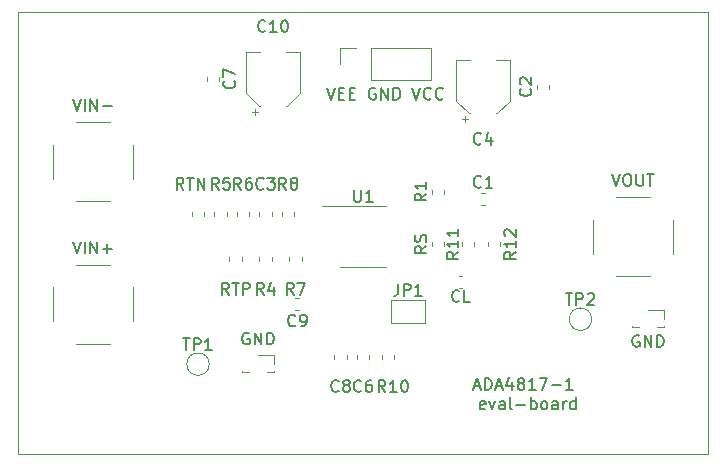
<source format=gbr>
G04 #@! TF.GenerationSoftware,KiCad,Pcbnew,(5.1.2)-2*
G04 #@! TF.CreationDate,2019-07-06T17:29:07+08:00*
G04 #@! TF.ProjectId,eval-board-ADA4817-1,6576616c-2d62-46f6-9172-642d41444134,rev?*
G04 #@! TF.SameCoordinates,Original*
G04 #@! TF.FileFunction,Legend,Top*
G04 #@! TF.FilePolarity,Positive*
%FSLAX46Y46*%
G04 Gerber Fmt 4.6, Leading zero omitted, Abs format (unit mm)*
G04 Created by KiCad (PCBNEW (5.1.2)-2) date 2019-07-06 17:29:07*
%MOMM*%
%LPD*%
G04 APERTURE LIST*
%ADD10C,0.150000*%
%ADD11C,0.120000*%
G04 APERTURE END LIST*
D10*
X141502380Y-130786666D02*
X141978571Y-130786666D01*
X141407142Y-131072380D02*
X141740476Y-130072380D01*
X142073809Y-131072380D01*
X142407142Y-131072380D02*
X142407142Y-130072380D01*
X142645238Y-130072380D01*
X142788095Y-130120000D01*
X142883333Y-130215238D01*
X142930952Y-130310476D01*
X142978571Y-130500952D01*
X142978571Y-130643809D01*
X142930952Y-130834285D01*
X142883333Y-130929523D01*
X142788095Y-131024761D01*
X142645238Y-131072380D01*
X142407142Y-131072380D01*
X143359523Y-130786666D02*
X143835714Y-130786666D01*
X143264285Y-131072380D02*
X143597619Y-130072380D01*
X143930952Y-131072380D01*
X144692857Y-130405714D02*
X144692857Y-131072380D01*
X144454761Y-130024761D02*
X144216666Y-130739047D01*
X144835714Y-130739047D01*
X145359523Y-130500952D02*
X145264285Y-130453333D01*
X145216666Y-130405714D01*
X145169047Y-130310476D01*
X145169047Y-130262857D01*
X145216666Y-130167619D01*
X145264285Y-130120000D01*
X145359523Y-130072380D01*
X145550000Y-130072380D01*
X145645238Y-130120000D01*
X145692857Y-130167619D01*
X145740476Y-130262857D01*
X145740476Y-130310476D01*
X145692857Y-130405714D01*
X145645238Y-130453333D01*
X145550000Y-130500952D01*
X145359523Y-130500952D01*
X145264285Y-130548571D01*
X145216666Y-130596190D01*
X145169047Y-130691428D01*
X145169047Y-130881904D01*
X145216666Y-130977142D01*
X145264285Y-131024761D01*
X145359523Y-131072380D01*
X145550000Y-131072380D01*
X145645238Y-131024761D01*
X145692857Y-130977142D01*
X145740476Y-130881904D01*
X145740476Y-130691428D01*
X145692857Y-130596190D01*
X145645238Y-130548571D01*
X145550000Y-130500952D01*
X146692857Y-131072380D02*
X146121428Y-131072380D01*
X146407142Y-131072380D02*
X146407142Y-130072380D01*
X146311904Y-130215238D01*
X146216666Y-130310476D01*
X146121428Y-130358095D01*
X147026190Y-130072380D02*
X147692857Y-130072380D01*
X147264285Y-131072380D01*
X148073809Y-130691428D02*
X148835714Y-130691428D01*
X149835714Y-131072380D02*
X149264285Y-131072380D01*
X149550000Y-131072380D02*
X149550000Y-130072380D01*
X149454761Y-130215238D01*
X149359523Y-130310476D01*
X149264285Y-130358095D01*
X142407142Y-132674761D02*
X142311904Y-132722380D01*
X142121428Y-132722380D01*
X142026190Y-132674761D01*
X141978571Y-132579523D01*
X141978571Y-132198571D01*
X142026190Y-132103333D01*
X142121428Y-132055714D01*
X142311904Y-132055714D01*
X142407142Y-132103333D01*
X142454761Y-132198571D01*
X142454761Y-132293809D01*
X141978571Y-132389047D01*
X142788095Y-132055714D02*
X143026190Y-132722380D01*
X143264285Y-132055714D01*
X144073809Y-132722380D02*
X144073809Y-132198571D01*
X144026190Y-132103333D01*
X143930952Y-132055714D01*
X143740476Y-132055714D01*
X143645238Y-132103333D01*
X144073809Y-132674761D02*
X143978571Y-132722380D01*
X143740476Y-132722380D01*
X143645238Y-132674761D01*
X143597619Y-132579523D01*
X143597619Y-132484285D01*
X143645238Y-132389047D01*
X143740476Y-132341428D01*
X143978571Y-132341428D01*
X144073809Y-132293809D01*
X144692857Y-132722380D02*
X144597619Y-132674761D01*
X144550000Y-132579523D01*
X144550000Y-131722380D01*
X145073809Y-132341428D02*
X145835714Y-132341428D01*
X146311904Y-132722380D02*
X146311904Y-131722380D01*
X146311904Y-132103333D02*
X146407142Y-132055714D01*
X146597619Y-132055714D01*
X146692857Y-132103333D01*
X146740476Y-132150952D01*
X146788095Y-132246190D01*
X146788095Y-132531904D01*
X146740476Y-132627142D01*
X146692857Y-132674761D01*
X146597619Y-132722380D01*
X146407142Y-132722380D01*
X146311904Y-132674761D01*
X147359523Y-132722380D02*
X147264285Y-132674761D01*
X147216666Y-132627142D01*
X147169047Y-132531904D01*
X147169047Y-132246190D01*
X147216666Y-132150952D01*
X147264285Y-132103333D01*
X147359523Y-132055714D01*
X147502380Y-132055714D01*
X147597619Y-132103333D01*
X147645238Y-132150952D01*
X147692857Y-132246190D01*
X147692857Y-132531904D01*
X147645238Y-132627142D01*
X147597619Y-132674761D01*
X147502380Y-132722380D01*
X147359523Y-132722380D01*
X148550000Y-132722380D02*
X148550000Y-132198571D01*
X148502380Y-132103333D01*
X148407142Y-132055714D01*
X148216666Y-132055714D01*
X148121428Y-132103333D01*
X148550000Y-132674761D02*
X148454761Y-132722380D01*
X148216666Y-132722380D01*
X148121428Y-132674761D01*
X148073809Y-132579523D01*
X148073809Y-132484285D01*
X148121428Y-132389047D01*
X148216666Y-132341428D01*
X148454761Y-132341428D01*
X148550000Y-132293809D01*
X149026190Y-132722380D02*
X149026190Y-132055714D01*
X149026190Y-132246190D02*
X149073809Y-132150952D01*
X149121428Y-132103333D01*
X149216666Y-132055714D01*
X149311904Y-132055714D01*
X150073809Y-132722380D02*
X150073809Y-131722380D01*
X150073809Y-132674761D02*
X149978571Y-132722380D01*
X149788095Y-132722380D01*
X149692857Y-132674761D01*
X149645238Y-132627142D01*
X149597619Y-132531904D01*
X149597619Y-132246190D01*
X149645238Y-132150952D01*
X149692857Y-132103333D01*
X149788095Y-132055714D01*
X149978571Y-132055714D01*
X150073809Y-132103333D01*
D11*
X102870000Y-135255000D02*
X102870000Y-136525000D01*
X102870000Y-99060000D02*
X102870000Y-99695000D01*
X102870000Y-99695000D02*
X102870000Y-135255000D01*
X161290000Y-136525000D02*
X102870000Y-136525000D01*
X161290000Y-99060000D02*
X161290000Y-136525000D01*
X161290000Y-99060000D02*
X102870000Y-99060000D01*
X156210000Y-124335000D02*
X157540000Y-124335000D01*
X157540000Y-124335000D02*
X157540000Y-125095000D01*
X157540000Y-125670000D02*
X157540000Y-125790000D01*
X154880000Y-125670000D02*
X154880000Y-125790000D01*
X156970000Y-125790000D02*
X157540000Y-125790000D01*
X154880000Y-125790000D02*
X155450000Y-125790000D01*
X123190000Y-128145000D02*
X124520000Y-128145000D01*
X124520000Y-128145000D02*
X124520000Y-128905000D01*
X124520000Y-129480000D02*
X124520000Y-129600000D01*
X121860000Y-129480000D02*
X121860000Y-129600000D01*
X123950000Y-129600000D02*
X124520000Y-129600000D01*
X121860000Y-129600000D02*
X122430000Y-129600000D01*
X151445000Y-125095000D02*
G75*
G03X151445000Y-125095000I-950000J0D01*
G01*
X119060000Y-128905000D02*
G75*
G03X119060000Y-128905000I-950000J0D01*
G01*
X134490000Y-123460000D02*
X137290000Y-123460000D01*
X137290000Y-123460000D02*
X137290000Y-125460000D01*
X137290000Y-125460000D02*
X134490000Y-125460000D01*
X134490000Y-125460000D02*
X134490000Y-123460000D01*
X142077221Y-114425000D02*
X142402779Y-114425000D01*
X142077221Y-115445000D02*
X142402779Y-115445000D01*
X147830000Y-105572779D02*
X147830000Y-105247221D01*
X146810000Y-105572779D02*
X146810000Y-105247221D01*
X123315000Y-116042221D02*
X123315000Y-116367779D01*
X124335000Y-116042221D02*
X124335000Y-116367779D01*
X140430000Y-108160000D02*
X140930000Y-108160000D01*
X140680000Y-108410000D02*
X140680000Y-107910000D01*
X143435563Y-107670000D02*
X144500000Y-106605563D01*
X141044437Y-107670000D02*
X139980000Y-106605563D01*
X141044437Y-107670000D02*
X141180000Y-107670000D01*
X143435563Y-107670000D02*
X143300000Y-107670000D01*
X144500000Y-106605563D02*
X144500000Y-103150000D01*
X139980000Y-106605563D02*
X139980000Y-103150000D01*
X139980000Y-103150000D02*
X141180000Y-103150000D01*
X144500000Y-103150000D02*
X143300000Y-103150000D01*
X140172221Y-121410000D02*
X140497779Y-121410000D01*
X140172221Y-122430000D02*
X140497779Y-122430000D01*
X133725001Y-128432779D02*
X133725001Y-128107221D01*
X134745001Y-128432779D02*
X134745001Y-128107221D01*
X119890000Y-104612221D02*
X119890000Y-104937779D01*
X118870000Y-104612221D02*
X118870000Y-104937779D01*
X129665000Y-128107221D02*
X129665000Y-128432779D01*
X130685000Y-128107221D02*
X130685000Y-128432779D01*
X126680279Y-123315000D02*
X126354721Y-123315000D01*
X126680279Y-124335000D02*
X126354721Y-124335000D01*
X126720000Y-102515000D02*
X125520000Y-102515000D01*
X122200000Y-102515000D02*
X123400000Y-102515000D01*
X122200000Y-105970563D02*
X122200000Y-102515000D01*
X126720000Y-105970563D02*
X126720000Y-102515000D01*
X125655563Y-107035000D02*
X125520000Y-107035000D01*
X123264437Y-107035000D02*
X123400000Y-107035000D01*
X123264437Y-107035000D02*
X122200000Y-105970563D01*
X125655563Y-107035000D02*
X126720000Y-105970563D01*
X122900000Y-107775000D02*
X122900000Y-107275000D01*
X122650000Y-107525000D02*
X123150000Y-107525000D01*
X105865000Y-110310000D02*
X105865000Y-113210000D01*
X112575000Y-110310000D02*
X112575000Y-113210000D01*
X107770000Y-115115000D02*
X110670000Y-115115000D01*
X107770000Y-108405000D02*
X110670000Y-108405000D01*
X105865000Y-122375000D02*
X105865000Y-125275000D01*
X112575000Y-122375000D02*
X112575000Y-125275000D01*
X107770000Y-127180000D02*
X110670000Y-127180000D01*
X107770000Y-120470000D02*
X110670000Y-120470000D01*
X132715000Y-104835000D02*
X132715000Y-102175000D01*
X132715000Y-104835000D02*
X137855000Y-104835000D01*
X137855000Y-104835000D02*
X137855000Y-102175000D01*
X132715000Y-102175000D02*
X137855000Y-102175000D01*
X130115000Y-102175000D02*
X131445000Y-102175000D01*
X130115000Y-103505000D02*
X130115000Y-102175000D01*
X153490000Y-114755000D02*
X156390000Y-114755000D01*
X153490000Y-121465000D02*
X156390000Y-121465000D01*
X158295000Y-116660000D02*
X158295000Y-119560000D01*
X151585000Y-116660000D02*
X151585000Y-119560000D01*
X137920000Y-114462779D02*
X137920000Y-114137221D01*
X138940000Y-114462779D02*
X138940000Y-114137221D01*
X117600000Y-116367779D02*
X117600000Y-116042221D01*
X118620000Y-116367779D02*
X118620000Y-116042221D01*
X120775000Y-120177779D02*
X120775000Y-119852221D01*
X121795000Y-120177779D02*
X121795000Y-119852221D01*
X123315000Y-119852221D02*
X123315000Y-120177779D01*
X124335000Y-119852221D02*
X124335000Y-120177779D01*
X120525000Y-116042221D02*
X120525000Y-116367779D01*
X119505000Y-116042221D02*
X119505000Y-116367779D01*
X122430000Y-116367779D02*
X122430000Y-116042221D01*
X121410000Y-116367779D02*
X121410000Y-116042221D01*
X125855000Y-119852221D02*
X125855000Y-120177779D01*
X126875000Y-119852221D02*
X126875000Y-120177779D01*
X125220000Y-116042221D02*
X125220000Y-116367779D01*
X126240000Y-116042221D02*
X126240000Y-116367779D01*
X137920000Y-118907779D02*
X137920000Y-118582221D01*
X138940000Y-118907779D02*
X138940000Y-118582221D01*
X131570000Y-128107221D02*
X131570000Y-128432779D01*
X132590000Y-128107221D02*
X132590000Y-128432779D01*
X140460000Y-118582221D02*
X140460000Y-118907779D01*
X141480000Y-118582221D02*
X141480000Y-118907779D01*
X143645001Y-118582221D02*
X143645001Y-118907779D01*
X142625001Y-118582221D02*
X142625001Y-118907779D01*
X132080000Y-120670000D02*
X134030000Y-120670000D01*
X132080000Y-120670000D02*
X130130000Y-120670000D01*
X132080000Y-115550000D02*
X134030000Y-115550000D01*
X132080000Y-115550000D02*
X128630000Y-115550000D01*
D10*
X155448095Y-126500000D02*
X155352857Y-126452380D01*
X155210000Y-126452380D01*
X155067142Y-126500000D01*
X154971904Y-126595238D01*
X154924285Y-126690476D01*
X154876666Y-126880952D01*
X154876666Y-127023809D01*
X154924285Y-127214285D01*
X154971904Y-127309523D01*
X155067142Y-127404761D01*
X155210000Y-127452380D01*
X155305238Y-127452380D01*
X155448095Y-127404761D01*
X155495714Y-127357142D01*
X155495714Y-127023809D01*
X155305238Y-127023809D01*
X155924285Y-127452380D02*
X155924285Y-126452380D01*
X156495714Y-127452380D01*
X156495714Y-126452380D01*
X156971904Y-127452380D02*
X156971904Y-126452380D01*
X157210000Y-126452380D01*
X157352857Y-126500000D01*
X157448095Y-126595238D01*
X157495714Y-126690476D01*
X157543333Y-126880952D01*
X157543333Y-127023809D01*
X157495714Y-127214285D01*
X157448095Y-127309523D01*
X157352857Y-127404761D01*
X157210000Y-127452380D01*
X156971904Y-127452380D01*
X122428095Y-126270000D02*
X122332857Y-126222380D01*
X122190000Y-126222380D01*
X122047142Y-126270000D01*
X121951904Y-126365238D01*
X121904285Y-126460476D01*
X121856666Y-126650952D01*
X121856666Y-126793809D01*
X121904285Y-126984285D01*
X121951904Y-127079523D01*
X122047142Y-127174761D01*
X122190000Y-127222380D01*
X122285238Y-127222380D01*
X122428095Y-127174761D01*
X122475714Y-127127142D01*
X122475714Y-126793809D01*
X122285238Y-126793809D01*
X122904285Y-127222380D02*
X122904285Y-126222380D01*
X123475714Y-127222380D01*
X123475714Y-126222380D01*
X123951904Y-127222380D02*
X123951904Y-126222380D01*
X124190000Y-126222380D01*
X124332857Y-126270000D01*
X124428095Y-126365238D01*
X124475714Y-126460476D01*
X124523333Y-126650952D01*
X124523333Y-126793809D01*
X124475714Y-126984285D01*
X124428095Y-127079523D01*
X124332857Y-127174761D01*
X124190000Y-127222380D01*
X123951904Y-127222380D01*
X149233095Y-122899380D02*
X149804523Y-122899380D01*
X149518809Y-123899380D02*
X149518809Y-122899380D01*
X150137857Y-123899380D02*
X150137857Y-122899380D01*
X150518809Y-122899380D01*
X150614047Y-122947000D01*
X150661666Y-122994619D01*
X150709285Y-123089857D01*
X150709285Y-123232714D01*
X150661666Y-123327952D01*
X150614047Y-123375571D01*
X150518809Y-123423190D01*
X150137857Y-123423190D01*
X151090238Y-122994619D02*
X151137857Y-122947000D01*
X151233095Y-122899380D01*
X151471190Y-122899380D01*
X151566428Y-122947000D01*
X151614047Y-122994619D01*
X151661666Y-123089857D01*
X151661666Y-123185095D01*
X151614047Y-123327952D01*
X151042619Y-123899380D01*
X151661666Y-123899380D01*
X116848095Y-126709380D02*
X117419523Y-126709380D01*
X117133809Y-127709380D02*
X117133809Y-126709380D01*
X117752857Y-127709380D02*
X117752857Y-126709380D01*
X118133809Y-126709380D01*
X118229047Y-126757000D01*
X118276666Y-126804619D01*
X118324285Y-126899857D01*
X118324285Y-127042714D01*
X118276666Y-127137952D01*
X118229047Y-127185571D01*
X118133809Y-127233190D01*
X117752857Y-127233190D01*
X119276666Y-127709380D02*
X118705238Y-127709380D01*
X118990952Y-127709380D02*
X118990952Y-126709380D01*
X118895714Y-126852238D01*
X118800476Y-126947476D01*
X118705238Y-126995095D01*
X135056666Y-122112380D02*
X135056666Y-122826666D01*
X135009047Y-122969523D01*
X134913809Y-123064761D01*
X134770952Y-123112380D01*
X134675714Y-123112380D01*
X135532857Y-123112380D02*
X135532857Y-122112380D01*
X135913809Y-122112380D01*
X136009047Y-122160000D01*
X136056666Y-122207619D01*
X136104285Y-122302857D01*
X136104285Y-122445714D01*
X136056666Y-122540952D01*
X136009047Y-122588571D01*
X135913809Y-122636190D01*
X135532857Y-122636190D01*
X137056666Y-123112380D02*
X136485238Y-123112380D01*
X136770952Y-123112380D02*
X136770952Y-122112380D01*
X136675714Y-122255238D01*
X136580476Y-122350476D01*
X136485238Y-122398095D01*
X142073333Y-113862142D02*
X142025714Y-113909761D01*
X141882857Y-113957380D01*
X141787619Y-113957380D01*
X141644761Y-113909761D01*
X141549523Y-113814523D01*
X141501904Y-113719285D01*
X141454285Y-113528809D01*
X141454285Y-113385952D01*
X141501904Y-113195476D01*
X141549523Y-113100238D01*
X141644761Y-113005000D01*
X141787619Y-112957380D01*
X141882857Y-112957380D01*
X142025714Y-113005000D01*
X142073333Y-113052619D01*
X143025714Y-113957380D02*
X142454285Y-113957380D01*
X142740000Y-113957380D02*
X142740000Y-112957380D01*
X142644761Y-113100238D01*
X142549523Y-113195476D01*
X142454285Y-113243095D01*
X146247142Y-105576666D02*
X146294761Y-105624285D01*
X146342380Y-105767142D01*
X146342380Y-105862380D01*
X146294761Y-106005238D01*
X146199523Y-106100476D01*
X146104285Y-106148095D01*
X145913809Y-106195714D01*
X145770952Y-106195714D01*
X145580476Y-106148095D01*
X145485238Y-106100476D01*
X145390000Y-106005238D01*
X145342380Y-105862380D01*
X145342380Y-105767142D01*
X145390000Y-105624285D01*
X145437619Y-105576666D01*
X145437619Y-105195714D02*
X145390000Y-105148095D01*
X145342380Y-105052857D01*
X145342380Y-104814761D01*
X145390000Y-104719523D01*
X145437619Y-104671904D01*
X145532857Y-104624285D01*
X145628095Y-104624285D01*
X145770952Y-104671904D01*
X146342380Y-105243333D01*
X146342380Y-104624285D01*
X123658333Y-114022142D02*
X123610714Y-114069761D01*
X123467857Y-114117380D01*
X123372619Y-114117380D01*
X123229761Y-114069761D01*
X123134523Y-113974523D01*
X123086904Y-113879285D01*
X123039285Y-113688809D01*
X123039285Y-113545952D01*
X123086904Y-113355476D01*
X123134523Y-113260238D01*
X123229761Y-113165000D01*
X123372619Y-113117380D01*
X123467857Y-113117380D01*
X123610714Y-113165000D01*
X123658333Y-113212619D01*
X123991666Y-113117380D02*
X124610714Y-113117380D01*
X124277380Y-113498333D01*
X124420238Y-113498333D01*
X124515476Y-113545952D01*
X124563095Y-113593571D01*
X124610714Y-113688809D01*
X124610714Y-113926904D01*
X124563095Y-114022142D01*
X124515476Y-114069761D01*
X124420238Y-114117380D01*
X124134523Y-114117380D01*
X124039285Y-114069761D01*
X123991666Y-114022142D01*
X142073333Y-110212142D02*
X142025714Y-110259761D01*
X141882857Y-110307380D01*
X141787619Y-110307380D01*
X141644761Y-110259761D01*
X141549523Y-110164523D01*
X141501904Y-110069285D01*
X141454285Y-109878809D01*
X141454285Y-109735952D01*
X141501904Y-109545476D01*
X141549523Y-109450238D01*
X141644761Y-109355000D01*
X141787619Y-109307380D01*
X141882857Y-109307380D01*
X142025714Y-109355000D01*
X142073333Y-109402619D01*
X142930476Y-109640714D02*
X142930476Y-110307380D01*
X142692380Y-109259761D02*
X142454285Y-109974047D01*
X143073333Y-109974047D01*
X140239761Y-123547142D02*
X140192142Y-123594761D01*
X140049285Y-123642380D01*
X139954047Y-123642380D01*
X139811190Y-123594761D01*
X139715952Y-123499523D01*
X139668333Y-123404285D01*
X139620714Y-123213809D01*
X139620714Y-123070952D01*
X139668333Y-122880476D01*
X139715952Y-122785238D01*
X139811190Y-122690000D01*
X139954047Y-122642380D01*
X140049285Y-122642380D01*
X140192142Y-122690000D01*
X140239761Y-122737619D01*
X141144523Y-123642380D02*
X140668333Y-123642380D01*
X140668333Y-122642380D01*
X131913333Y-131167142D02*
X131865714Y-131214761D01*
X131722857Y-131262380D01*
X131627619Y-131262380D01*
X131484761Y-131214761D01*
X131389523Y-131119523D01*
X131341904Y-131024285D01*
X131294285Y-130833809D01*
X131294285Y-130690952D01*
X131341904Y-130500476D01*
X131389523Y-130405238D01*
X131484761Y-130310000D01*
X131627619Y-130262380D01*
X131722857Y-130262380D01*
X131865714Y-130310000D01*
X131913333Y-130357619D01*
X132770476Y-130262380D02*
X132580000Y-130262380D01*
X132484761Y-130310000D01*
X132437142Y-130357619D01*
X132341904Y-130500476D01*
X132294285Y-130690952D01*
X132294285Y-131071904D01*
X132341904Y-131167142D01*
X132389523Y-131214761D01*
X132484761Y-131262380D01*
X132675238Y-131262380D01*
X132770476Y-131214761D01*
X132818095Y-131167142D01*
X132865714Y-131071904D01*
X132865714Y-130833809D01*
X132818095Y-130738571D01*
X132770476Y-130690952D01*
X132675238Y-130643333D01*
X132484761Y-130643333D01*
X132389523Y-130690952D01*
X132341904Y-130738571D01*
X132294285Y-130833809D01*
X121167142Y-104941666D02*
X121214761Y-104989285D01*
X121262380Y-105132142D01*
X121262380Y-105227380D01*
X121214761Y-105370238D01*
X121119523Y-105465476D01*
X121024285Y-105513095D01*
X120833809Y-105560714D01*
X120690952Y-105560714D01*
X120500476Y-105513095D01*
X120405238Y-105465476D01*
X120310000Y-105370238D01*
X120262380Y-105227380D01*
X120262380Y-105132142D01*
X120310000Y-104989285D01*
X120357619Y-104941666D01*
X120262380Y-104608333D02*
X120262380Y-103941666D01*
X121262380Y-104370238D01*
X130008333Y-131167142D02*
X129960714Y-131214761D01*
X129817857Y-131262380D01*
X129722619Y-131262380D01*
X129579761Y-131214761D01*
X129484523Y-131119523D01*
X129436904Y-131024285D01*
X129389285Y-130833809D01*
X129389285Y-130690952D01*
X129436904Y-130500476D01*
X129484523Y-130405238D01*
X129579761Y-130310000D01*
X129722619Y-130262380D01*
X129817857Y-130262380D01*
X129960714Y-130310000D01*
X130008333Y-130357619D01*
X130579761Y-130690952D02*
X130484523Y-130643333D01*
X130436904Y-130595714D01*
X130389285Y-130500476D01*
X130389285Y-130452857D01*
X130436904Y-130357619D01*
X130484523Y-130310000D01*
X130579761Y-130262380D01*
X130770238Y-130262380D01*
X130865476Y-130310000D01*
X130913095Y-130357619D01*
X130960714Y-130452857D01*
X130960714Y-130500476D01*
X130913095Y-130595714D01*
X130865476Y-130643333D01*
X130770238Y-130690952D01*
X130579761Y-130690952D01*
X130484523Y-130738571D01*
X130436904Y-130786190D01*
X130389285Y-130881428D01*
X130389285Y-131071904D01*
X130436904Y-131167142D01*
X130484523Y-131214761D01*
X130579761Y-131262380D01*
X130770238Y-131262380D01*
X130865476Y-131214761D01*
X130913095Y-131167142D01*
X130960714Y-131071904D01*
X130960714Y-130881428D01*
X130913095Y-130786190D01*
X130865476Y-130738571D01*
X130770238Y-130690952D01*
X126350833Y-125612142D02*
X126303214Y-125659761D01*
X126160357Y-125707380D01*
X126065119Y-125707380D01*
X125922261Y-125659761D01*
X125827023Y-125564523D01*
X125779404Y-125469285D01*
X125731785Y-125278809D01*
X125731785Y-125135952D01*
X125779404Y-124945476D01*
X125827023Y-124850238D01*
X125922261Y-124755000D01*
X126065119Y-124707380D01*
X126160357Y-124707380D01*
X126303214Y-124755000D01*
X126350833Y-124802619D01*
X126827023Y-125707380D02*
X127017500Y-125707380D01*
X127112738Y-125659761D01*
X127160357Y-125612142D01*
X127255595Y-125469285D01*
X127303214Y-125278809D01*
X127303214Y-124897857D01*
X127255595Y-124802619D01*
X127207976Y-124755000D01*
X127112738Y-124707380D01*
X126922261Y-124707380D01*
X126827023Y-124755000D01*
X126779404Y-124802619D01*
X126731785Y-124897857D01*
X126731785Y-125135952D01*
X126779404Y-125231190D01*
X126827023Y-125278809D01*
X126922261Y-125326428D01*
X127112738Y-125326428D01*
X127207976Y-125278809D01*
X127255595Y-125231190D01*
X127303214Y-125135952D01*
X123817142Y-100687142D02*
X123769523Y-100734761D01*
X123626666Y-100782380D01*
X123531428Y-100782380D01*
X123388571Y-100734761D01*
X123293333Y-100639523D01*
X123245714Y-100544285D01*
X123198095Y-100353809D01*
X123198095Y-100210952D01*
X123245714Y-100020476D01*
X123293333Y-99925238D01*
X123388571Y-99830000D01*
X123531428Y-99782380D01*
X123626666Y-99782380D01*
X123769523Y-99830000D01*
X123817142Y-99877619D01*
X124769523Y-100782380D02*
X124198095Y-100782380D01*
X124483809Y-100782380D02*
X124483809Y-99782380D01*
X124388571Y-99925238D01*
X124293333Y-100020476D01*
X124198095Y-100068095D01*
X125388571Y-99782380D02*
X125483809Y-99782380D01*
X125579047Y-99830000D01*
X125626666Y-99877619D01*
X125674285Y-99972857D01*
X125721904Y-100163333D01*
X125721904Y-100401428D01*
X125674285Y-100591904D01*
X125626666Y-100687142D01*
X125579047Y-100734761D01*
X125483809Y-100782380D01*
X125388571Y-100782380D01*
X125293333Y-100734761D01*
X125245714Y-100687142D01*
X125198095Y-100591904D01*
X125150476Y-100401428D01*
X125150476Y-100163333D01*
X125198095Y-99972857D01*
X125245714Y-99877619D01*
X125293333Y-99830000D01*
X125388571Y-99782380D01*
X107505714Y-106462380D02*
X107839047Y-107462380D01*
X108172380Y-106462380D01*
X108505714Y-107462380D02*
X108505714Y-106462380D01*
X108981904Y-107462380D02*
X108981904Y-106462380D01*
X109553333Y-107462380D01*
X109553333Y-106462380D01*
X110029523Y-107081428D02*
X110791428Y-107081428D01*
X107505714Y-118527380D02*
X107839047Y-119527380D01*
X108172380Y-118527380D01*
X108505714Y-119527380D02*
X108505714Y-118527380D01*
X108981904Y-119527380D02*
X108981904Y-118527380D01*
X109553333Y-119527380D01*
X109553333Y-118527380D01*
X110029523Y-119146428D02*
X110791428Y-119146428D01*
X110410476Y-119527380D02*
X110410476Y-118765476D01*
X129032619Y-105497380D02*
X129365952Y-106497380D01*
X129699285Y-105497380D01*
X130032619Y-105973571D02*
X130365952Y-105973571D01*
X130508809Y-106497380D02*
X130032619Y-106497380D01*
X130032619Y-105497380D01*
X130508809Y-105497380D01*
X130937380Y-105973571D02*
X131270714Y-105973571D01*
X131413571Y-106497380D02*
X130937380Y-106497380D01*
X130937380Y-105497380D01*
X131413571Y-105497380D01*
X133127857Y-105545000D02*
X133032619Y-105497380D01*
X132889761Y-105497380D01*
X132746904Y-105545000D01*
X132651666Y-105640238D01*
X132604047Y-105735476D01*
X132556428Y-105925952D01*
X132556428Y-106068809D01*
X132604047Y-106259285D01*
X132651666Y-106354523D01*
X132746904Y-106449761D01*
X132889761Y-106497380D01*
X132985000Y-106497380D01*
X133127857Y-106449761D01*
X133175476Y-106402142D01*
X133175476Y-106068809D01*
X132985000Y-106068809D01*
X133604047Y-106497380D02*
X133604047Y-105497380D01*
X134175476Y-106497380D01*
X134175476Y-105497380D01*
X134651666Y-106497380D02*
X134651666Y-105497380D01*
X134889761Y-105497380D01*
X135032619Y-105545000D01*
X135127857Y-105640238D01*
X135175476Y-105735476D01*
X135223095Y-105925952D01*
X135223095Y-106068809D01*
X135175476Y-106259285D01*
X135127857Y-106354523D01*
X135032619Y-106449761D01*
X134889761Y-106497380D01*
X134651666Y-106497380D01*
X136270714Y-105497380D02*
X136604047Y-106497380D01*
X136937380Y-105497380D01*
X137842142Y-106402142D02*
X137794523Y-106449761D01*
X137651666Y-106497380D01*
X137556428Y-106497380D01*
X137413571Y-106449761D01*
X137318333Y-106354523D01*
X137270714Y-106259285D01*
X137223095Y-106068809D01*
X137223095Y-105925952D01*
X137270714Y-105735476D01*
X137318333Y-105640238D01*
X137413571Y-105545000D01*
X137556428Y-105497380D01*
X137651666Y-105497380D01*
X137794523Y-105545000D01*
X137842142Y-105592619D01*
X138842142Y-106402142D02*
X138794523Y-106449761D01*
X138651666Y-106497380D01*
X138556428Y-106497380D01*
X138413571Y-106449761D01*
X138318333Y-106354523D01*
X138270714Y-106259285D01*
X138223095Y-106068809D01*
X138223095Y-105925952D01*
X138270714Y-105735476D01*
X138318333Y-105640238D01*
X138413571Y-105545000D01*
X138556428Y-105497380D01*
X138651666Y-105497380D01*
X138794523Y-105545000D01*
X138842142Y-105592619D01*
X153178095Y-112812380D02*
X153511428Y-113812380D01*
X153844761Y-112812380D01*
X154368571Y-112812380D02*
X154559047Y-112812380D01*
X154654285Y-112860000D01*
X154749523Y-112955238D01*
X154797142Y-113145714D01*
X154797142Y-113479047D01*
X154749523Y-113669523D01*
X154654285Y-113764761D01*
X154559047Y-113812380D01*
X154368571Y-113812380D01*
X154273333Y-113764761D01*
X154178095Y-113669523D01*
X154130476Y-113479047D01*
X154130476Y-113145714D01*
X154178095Y-112955238D01*
X154273333Y-112860000D01*
X154368571Y-112812380D01*
X155225714Y-112812380D02*
X155225714Y-113621904D01*
X155273333Y-113717142D01*
X155320952Y-113764761D01*
X155416190Y-113812380D01*
X155606666Y-113812380D01*
X155701904Y-113764761D01*
X155749523Y-113717142D01*
X155797142Y-113621904D01*
X155797142Y-112812380D01*
X156130476Y-112812380D02*
X156701904Y-112812380D01*
X156416190Y-113812380D02*
X156416190Y-112812380D01*
X137452380Y-114466666D02*
X136976190Y-114800000D01*
X137452380Y-115038095D02*
X136452380Y-115038095D01*
X136452380Y-114657142D01*
X136500000Y-114561904D01*
X136547619Y-114514285D01*
X136642857Y-114466666D01*
X136785714Y-114466666D01*
X136880952Y-114514285D01*
X136928571Y-114561904D01*
X136976190Y-114657142D01*
X136976190Y-115038095D01*
X137452380Y-113514285D02*
X137452380Y-114085714D01*
X137452380Y-113800000D02*
X136452380Y-113800000D01*
X136595238Y-113895238D01*
X136690476Y-113990476D01*
X136738095Y-114085714D01*
X116879761Y-114117380D02*
X116546428Y-113641190D01*
X116308333Y-114117380D02*
X116308333Y-113117380D01*
X116689285Y-113117380D01*
X116784523Y-113165000D01*
X116832142Y-113212619D01*
X116879761Y-113307857D01*
X116879761Y-113450714D01*
X116832142Y-113545952D01*
X116784523Y-113593571D01*
X116689285Y-113641190D01*
X116308333Y-113641190D01*
X117165476Y-113117380D02*
X117736904Y-113117380D01*
X117451190Y-114117380D02*
X117451190Y-113117380D01*
X118070238Y-114117380D02*
X118070238Y-113117380D01*
X118641666Y-114117380D01*
X118641666Y-113117380D01*
X120713571Y-123007380D02*
X120380238Y-122531190D01*
X120142142Y-123007380D02*
X120142142Y-122007380D01*
X120523095Y-122007380D01*
X120618333Y-122055000D01*
X120665952Y-122102619D01*
X120713571Y-122197857D01*
X120713571Y-122340714D01*
X120665952Y-122435952D01*
X120618333Y-122483571D01*
X120523095Y-122531190D01*
X120142142Y-122531190D01*
X120999285Y-122007380D02*
X121570714Y-122007380D01*
X121285000Y-123007380D02*
X121285000Y-122007380D01*
X121904047Y-123007380D02*
X121904047Y-122007380D01*
X122285000Y-122007380D01*
X122380238Y-122055000D01*
X122427857Y-122102619D01*
X122475476Y-122197857D01*
X122475476Y-122340714D01*
X122427857Y-122435952D01*
X122380238Y-122483571D01*
X122285000Y-122531190D01*
X121904047Y-122531190D01*
X123658333Y-123007380D02*
X123325000Y-122531190D01*
X123086904Y-123007380D02*
X123086904Y-122007380D01*
X123467857Y-122007380D01*
X123563095Y-122055000D01*
X123610714Y-122102619D01*
X123658333Y-122197857D01*
X123658333Y-122340714D01*
X123610714Y-122435952D01*
X123563095Y-122483571D01*
X123467857Y-122531190D01*
X123086904Y-122531190D01*
X124515476Y-122340714D02*
X124515476Y-123007380D01*
X124277380Y-121959761D02*
X124039285Y-122674047D01*
X124658333Y-122674047D01*
X119848333Y-114117380D02*
X119515000Y-113641190D01*
X119276904Y-114117380D02*
X119276904Y-113117380D01*
X119657857Y-113117380D01*
X119753095Y-113165000D01*
X119800714Y-113212619D01*
X119848333Y-113307857D01*
X119848333Y-113450714D01*
X119800714Y-113545952D01*
X119753095Y-113593571D01*
X119657857Y-113641190D01*
X119276904Y-113641190D01*
X120753095Y-113117380D02*
X120276904Y-113117380D01*
X120229285Y-113593571D01*
X120276904Y-113545952D01*
X120372142Y-113498333D01*
X120610238Y-113498333D01*
X120705476Y-113545952D01*
X120753095Y-113593571D01*
X120800714Y-113688809D01*
X120800714Y-113926904D01*
X120753095Y-114022142D01*
X120705476Y-114069761D01*
X120610238Y-114117380D01*
X120372142Y-114117380D01*
X120276904Y-114069761D01*
X120229285Y-114022142D01*
X121753333Y-114117380D02*
X121420000Y-113641190D01*
X121181904Y-114117380D02*
X121181904Y-113117380D01*
X121562857Y-113117380D01*
X121658095Y-113165000D01*
X121705714Y-113212619D01*
X121753333Y-113307857D01*
X121753333Y-113450714D01*
X121705714Y-113545952D01*
X121658095Y-113593571D01*
X121562857Y-113641190D01*
X121181904Y-113641190D01*
X122610476Y-113117380D02*
X122420000Y-113117380D01*
X122324761Y-113165000D01*
X122277142Y-113212619D01*
X122181904Y-113355476D01*
X122134285Y-113545952D01*
X122134285Y-113926904D01*
X122181904Y-114022142D01*
X122229523Y-114069761D01*
X122324761Y-114117380D01*
X122515238Y-114117380D01*
X122610476Y-114069761D01*
X122658095Y-114022142D01*
X122705714Y-113926904D01*
X122705714Y-113688809D01*
X122658095Y-113593571D01*
X122610476Y-113545952D01*
X122515238Y-113498333D01*
X122324761Y-113498333D01*
X122229523Y-113545952D01*
X122181904Y-113593571D01*
X122134285Y-113688809D01*
X126198333Y-123007380D02*
X125865000Y-122531190D01*
X125626904Y-123007380D02*
X125626904Y-122007380D01*
X126007857Y-122007380D01*
X126103095Y-122055000D01*
X126150714Y-122102619D01*
X126198333Y-122197857D01*
X126198333Y-122340714D01*
X126150714Y-122435952D01*
X126103095Y-122483571D01*
X126007857Y-122531190D01*
X125626904Y-122531190D01*
X126531666Y-122007380D02*
X127198333Y-122007380D01*
X126769761Y-123007380D01*
X125563333Y-114117380D02*
X125230000Y-113641190D01*
X124991904Y-114117380D02*
X124991904Y-113117380D01*
X125372857Y-113117380D01*
X125468095Y-113165000D01*
X125515714Y-113212619D01*
X125563333Y-113307857D01*
X125563333Y-113450714D01*
X125515714Y-113545952D01*
X125468095Y-113593571D01*
X125372857Y-113641190D01*
X124991904Y-113641190D01*
X126134761Y-113545952D02*
X126039523Y-113498333D01*
X125991904Y-113450714D01*
X125944285Y-113355476D01*
X125944285Y-113307857D01*
X125991904Y-113212619D01*
X126039523Y-113165000D01*
X126134761Y-113117380D01*
X126325238Y-113117380D01*
X126420476Y-113165000D01*
X126468095Y-113212619D01*
X126515714Y-113307857D01*
X126515714Y-113355476D01*
X126468095Y-113450714D01*
X126420476Y-113498333D01*
X126325238Y-113545952D01*
X126134761Y-113545952D01*
X126039523Y-113593571D01*
X125991904Y-113641190D01*
X125944285Y-113736428D01*
X125944285Y-113926904D01*
X125991904Y-114022142D01*
X126039523Y-114069761D01*
X126134761Y-114117380D01*
X126325238Y-114117380D01*
X126420476Y-114069761D01*
X126468095Y-114022142D01*
X126515714Y-113926904D01*
X126515714Y-113736428D01*
X126468095Y-113641190D01*
X126420476Y-113593571D01*
X126325238Y-113545952D01*
X137452380Y-118911666D02*
X136976190Y-119245000D01*
X137452380Y-119483095D02*
X136452380Y-119483095D01*
X136452380Y-119102142D01*
X136500000Y-119006904D01*
X136547619Y-118959285D01*
X136642857Y-118911666D01*
X136785714Y-118911666D01*
X136880952Y-118959285D01*
X136928571Y-119006904D01*
X136976190Y-119102142D01*
X136976190Y-119483095D01*
X137404761Y-118530714D02*
X137452380Y-118387857D01*
X137452380Y-118149761D01*
X137404761Y-118054523D01*
X137357142Y-118006904D01*
X137261904Y-117959285D01*
X137166666Y-117959285D01*
X137071428Y-118006904D01*
X137023809Y-118054523D01*
X136976190Y-118149761D01*
X136928571Y-118340238D01*
X136880952Y-118435476D01*
X136833333Y-118483095D01*
X136738095Y-118530714D01*
X136642857Y-118530714D01*
X136547619Y-118483095D01*
X136500000Y-118435476D01*
X136452380Y-118340238D01*
X136452380Y-118102142D01*
X136500000Y-117959285D01*
X133977142Y-131262380D02*
X133643809Y-130786190D01*
X133405714Y-131262380D02*
X133405714Y-130262380D01*
X133786666Y-130262380D01*
X133881904Y-130310000D01*
X133929523Y-130357619D01*
X133977142Y-130452857D01*
X133977142Y-130595714D01*
X133929523Y-130690952D01*
X133881904Y-130738571D01*
X133786666Y-130786190D01*
X133405714Y-130786190D01*
X134929523Y-131262380D02*
X134358095Y-131262380D01*
X134643809Y-131262380D02*
X134643809Y-130262380D01*
X134548571Y-130405238D01*
X134453333Y-130500476D01*
X134358095Y-130548095D01*
X135548571Y-130262380D02*
X135643809Y-130262380D01*
X135739047Y-130310000D01*
X135786666Y-130357619D01*
X135834285Y-130452857D01*
X135881904Y-130643333D01*
X135881904Y-130881428D01*
X135834285Y-131071904D01*
X135786666Y-131167142D01*
X135739047Y-131214761D01*
X135643809Y-131262380D01*
X135548571Y-131262380D01*
X135453333Y-131214761D01*
X135405714Y-131167142D01*
X135358095Y-131071904D01*
X135310476Y-130881428D01*
X135310476Y-130643333D01*
X135358095Y-130452857D01*
X135405714Y-130357619D01*
X135453333Y-130310000D01*
X135548571Y-130262380D01*
X140152380Y-119387857D02*
X139676190Y-119721190D01*
X140152380Y-119959285D02*
X139152380Y-119959285D01*
X139152380Y-119578333D01*
X139200000Y-119483095D01*
X139247619Y-119435476D01*
X139342857Y-119387857D01*
X139485714Y-119387857D01*
X139580952Y-119435476D01*
X139628571Y-119483095D01*
X139676190Y-119578333D01*
X139676190Y-119959285D01*
X140152380Y-118435476D02*
X140152380Y-119006904D01*
X140152380Y-118721190D02*
X139152380Y-118721190D01*
X139295238Y-118816428D01*
X139390476Y-118911666D01*
X139438095Y-119006904D01*
X140152380Y-117483095D02*
X140152380Y-118054523D01*
X140152380Y-117768809D02*
X139152380Y-117768809D01*
X139295238Y-117864047D01*
X139390476Y-117959285D01*
X139438095Y-118054523D01*
X145017381Y-119387857D02*
X144541191Y-119721190D01*
X145017381Y-119959285D02*
X144017381Y-119959285D01*
X144017381Y-119578333D01*
X144065001Y-119483095D01*
X144112620Y-119435476D01*
X144207858Y-119387857D01*
X144350715Y-119387857D01*
X144445953Y-119435476D01*
X144493572Y-119483095D01*
X144541191Y-119578333D01*
X144541191Y-119959285D01*
X145017381Y-118435476D02*
X145017381Y-119006904D01*
X145017381Y-118721190D02*
X144017381Y-118721190D01*
X144160239Y-118816428D01*
X144255477Y-118911666D01*
X144303096Y-119006904D01*
X144112620Y-118054523D02*
X144065001Y-118006904D01*
X144017381Y-117911666D01*
X144017381Y-117673571D01*
X144065001Y-117578333D01*
X144112620Y-117530714D01*
X144207858Y-117483095D01*
X144303096Y-117483095D01*
X144445953Y-117530714D01*
X145017381Y-118102142D01*
X145017381Y-117483095D01*
X131318095Y-114162380D02*
X131318095Y-114971904D01*
X131365714Y-115067142D01*
X131413333Y-115114761D01*
X131508571Y-115162380D01*
X131699047Y-115162380D01*
X131794285Y-115114761D01*
X131841904Y-115067142D01*
X131889523Y-114971904D01*
X131889523Y-114162380D01*
X132889523Y-115162380D02*
X132318095Y-115162380D01*
X132603809Y-115162380D02*
X132603809Y-114162380D01*
X132508571Y-114305238D01*
X132413333Y-114400476D01*
X132318095Y-114448095D01*
M02*

</source>
